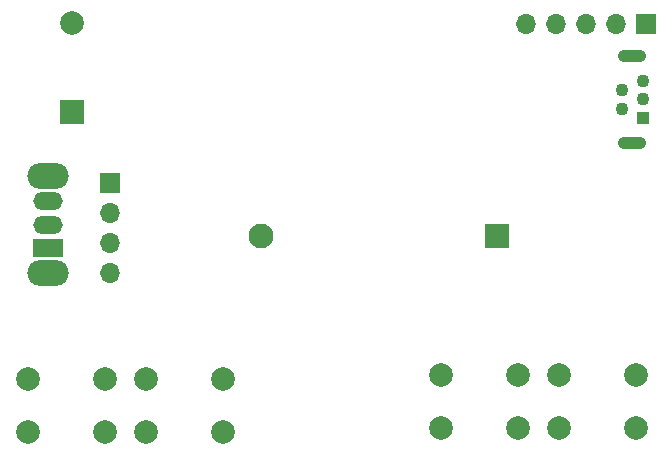
<source format=gbr>
%TF.GenerationSoftware,KiCad,Pcbnew,9.0.0*%
%TF.CreationDate,2025-03-28T15:43:29+07:00*%
%TF.ProjectId,PIC18F27Q43_OLED_Board,50494331-3846-4323-9751-34335f4f4c45,rev?*%
%TF.SameCoordinates,Original*%
%TF.FileFunction,Soldermask,Bot*%
%TF.FilePolarity,Negative*%
%FSLAX46Y46*%
G04 Gerber Fmt 4.6, Leading zero omitted, Abs format (unit mm)*
G04 Created by KiCad (PCBNEW 9.0.0) date 2025-03-28 15:43:29*
%MOMM*%
%LPD*%
G01*
G04 APERTURE LIST*
%ADD10C,2.000000*%
%ADD11R,1.100000X1.100000*%
%ADD12C,1.100000*%
%ADD13O,2.400000X1.100000*%
%ADD14O,3.500000X2.200000*%
%ADD15R,2.500000X1.500000*%
%ADD16O,2.500000X1.500000*%
%ADD17R,1.700000X1.700000*%
%ADD18O,1.700000X1.700000*%
%ADD19R,2.000000X2.000000*%
%ADD20R,2.100000X2.100000*%
%ADD21C,2.100000*%
G04 APERTURE END LIST*
D10*
%TO.C,SW2*%
X104750000Y-115087500D03*
X111250000Y-115087500D03*
X104750000Y-119587500D03*
X111250000Y-119587500D03*
%TD*%
%TO.C,SW3*%
X129750000Y-114750000D03*
X136250000Y-114750000D03*
X129750000Y-119250000D03*
X136250000Y-119250000D03*
%TD*%
D11*
%TO.C,J4*%
X146812500Y-93000000D03*
D12*
X145062500Y-92200000D03*
X146812500Y-91400000D03*
X145062500Y-90600000D03*
X146812500Y-89800000D03*
D13*
X145937500Y-95050000D03*
X145937500Y-87750000D03*
%TD*%
D10*
%TO.C,SW4*%
X139750000Y-114750000D03*
X146250000Y-114750000D03*
X139750000Y-119250000D03*
X146250000Y-119250000D03*
%TD*%
D14*
%TO.C,SW5*%
X96500000Y-106100000D03*
X96500000Y-97900000D03*
D15*
X96500000Y-104000000D03*
D16*
X96500000Y-102000000D03*
X96500000Y-100000000D03*
%TD*%
D17*
%TO.C,J2*%
X101702500Y-98460000D03*
D18*
X101702500Y-101000000D03*
X101702500Y-103540000D03*
X101702500Y-106080000D03*
%TD*%
D17*
%TO.C,J1*%
X147120000Y-85000000D03*
D18*
X144580000Y-85000000D03*
X142040000Y-85000000D03*
X139500000Y-85000000D03*
X136960000Y-85000000D03*
%TD*%
D19*
%TO.C,LS1*%
X98500000Y-92500000D03*
D10*
X98500000Y-84900000D03*
%TD*%
%TO.C,SW1*%
X94750000Y-115087500D03*
X101250000Y-115087500D03*
X94750000Y-119587500D03*
X101250000Y-119587500D03*
%TD*%
D20*
%TO.C,BT1*%
X134500000Y-103000000D03*
D21*
X114500000Y-103000000D03*
%TD*%
M02*

</source>
